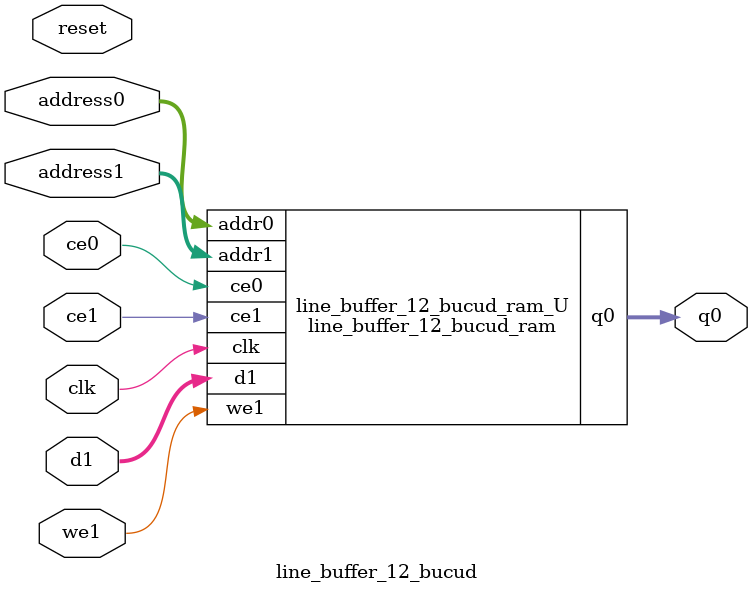
<source format=v>

`timescale 1 ns / 1 ps
module line_buffer_12_bucud_ram (addr0, ce0, q0, addr1, ce1, d1, we1,  clk);

parameter DWIDTH = 16;
parameter AWIDTH = 11;
parameter MEM_SIZE = 1056;

input[AWIDTH-1:0] addr0;
input ce0;
output reg[DWIDTH-1:0] q0;
input[AWIDTH-1:0] addr1;
input ce1;
input[DWIDTH-1:0] d1;
input we1;
input clk;

(* ram_style = "block" *)reg [DWIDTH-1:0] ram[0:MEM_SIZE-1];




always @(posedge clk)  
begin 
    if (ce0) 
    begin
            q0 <= ram[addr0];
    end
end


always @(posedge clk)  
begin 
    if (ce1) 
    begin
        if (we1) 
        begin 
            ram[addr1] <= d1; 
        end 
    end
end


endmodule


`timescale 1 ns / 1 ps
module line_buffer_12_bucud(
    reset,
    clk,
    address0,
    ce0,
    q0,
    address1,
    ce1,
    we1,
    d1);

parameter DataWidth = 32'd16;
parameter AddressRange = 32'd1056;
parameter AddressWidth = 32'd11;
input reset;
input clk;
input[AddressWidth - 1:0] address0;
input ce0;
output[DataWidth - 1:0] q0;
input[AddressWidth - 1:0] address1;
input ce1;
input we1;
input[DataWidth - 1:0] d1;



line_buffer_12_bucud_ram line_buffer_12_bucud_ram_U(
    .clk( clk ),
    .addr0( address0 ),
    .ce0( ce0 ),
    .q0( q0 ),
    .addr1( address1 ),
    .ce1( ce1 ),
    .d1( d1 ),
    .we1( we1 ));

endmodule


</source>
